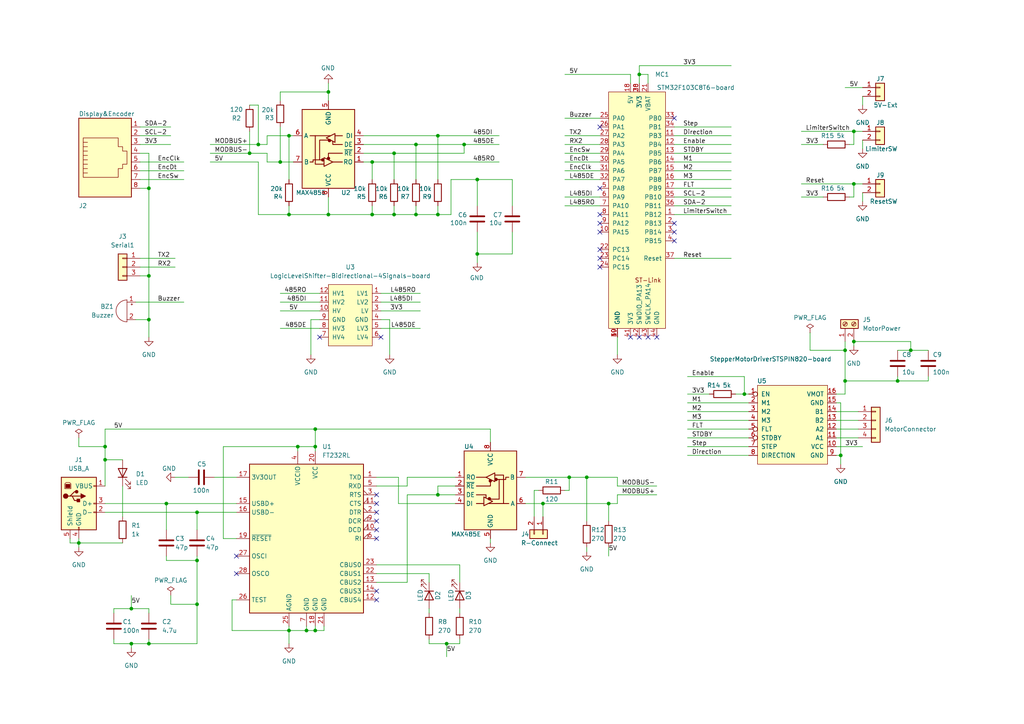
<source format=kicad_sch>
(kicad_sch (version 20211123) (generator eeschema)
  (paper "A4")
  (title_block (title "Regulus Electronic Focuser v1") (date "2022-02-07") (company "Radmilo Felix 2022"))
  (lib_symbols
    (symbol "Connector:RJ45" (pin_names (offset 1.016))
      (property "Reference" "J" (at -5.08 13.97 0))
      (property "Value" "RJ45" (at 2.54 13.97 0))
      (symbol "RJ45_1_1"
        (pin passive line (at 10.16 -7.62 180) (length 2.54) (name "~") (number "1"))
        (pin passive line (at 10.16 -5.08 180) (length 2.54) (name "~") (number "2"))
        (pin passive line (at 10.16 -2.54 180) (length 2.54) (name "~") (number "3"))
        (pin passive line (at 10.16 0 180) (length 2.54) (name "~") (number "4"))
        (pin passive line (at 10.16 2.54 180) (length 2.54) (name "~") (number "5"))
        (pin passive line (at 10.16 5.08 180) (length 2.54) (name "~") (number "6"))
        (pin passive line (at 10.16 7.62 180) (length 2.54) (name "~") (number "7"))
        (pin passive line (at 10.16 10.16 180) (length 2.54) (name "~") (number "8"))
      )
    )
    (symbol "Connector:Screw_Terminal_01x02" (pin_names (offset 1.016) hide)
      (property "Reference" "J" (at 0 2.54 0))
      (property "Value" "Screw_Terminal_01x02" (at 0 -5.08 0))
      (symbol "Screw_Terminal_01x02_1_1"
        (pin passive line (at -5.08 0 0) (length 3.81) (name "Pin_1") (number "1"))
        (pin passive line (at -5.08 -2.54 0) (length 3.81) (name "Pin_2") (number "2"))
      )
    )
    (symbol "Connector:USB_B" (pin_names (offset 1.016))
      (property "Reference" "J" (at -5.08 11.43 0))
      (property "Value" "USB_B" (at -5.08 8.89 0))
      (symbol "USB_B_1_1"
        (pin power_out line (at 7.62 5.08 180) (length 2.54) (name "VBUS") (number "1"))
        (pin bidirectional line (at 7.62 -2.54 180) (length 2.54) (name "D-") (number "2"))
        (pin bidirectional line (at 7.62 0 180) (length 2.54) (name "D+") (number "3"))
        (pin power_out line (at 0 -10.16 90) (length 2.54) (name "GND") (number "4"))
        (pin passive line (at -2.54 -10.16 90) (length 2.54) (name "Shield") (number "5"))
      )
    )
    (symbol "Connector_Generic:Conn_01x02" (pin_names (offset 1.016) hide)
      (property "Reference" "J" (at 0 2.54 0))
      (property "Value" "Conn_01x02" (at 0 -5.08 0))
      (symbol "Conn_01x02_1_1"
        (pin passive line (at -5.08 0 0) (length 3.81) (name "Pin_1") (number "1"))
        (pin passive line (at -5.08 -2.54 0) (length 3.81) (name "Pin_2") (number "2"))
      )
    )
    (symbol "Connector_Generic:Conn_01x03" (pin_names (offset 1.016) hide)
      (property "Reference" "J" (at 0 5.08 0))
      (property "Value" "Conn_01x03" (at 0 -5.08 0))
      (symbol "Conn_01x03_1_1"
        (pin passive line (at -5.08 2.54 0) (length 3.81) (name "Pin_1") (number "1"))
        (pin passive line (at -5.08 0 0) (length 3.81) (name "Pin_2") (number "2"))
        (pin passive line (at -5.08 -2.54 0) (length 3.81) (name "Pin_3") (number "3"))
      )
    )
    (symbol "Connector_Generic:Conn_01x04" (pin_names (offset 1.016) hide)
      (property "Reference" "J" (at 0 5.08 0))
      (property "Value" "Conn_01x04" (at 0 -7.62 0))
      (symbol "Conn_01x04_1_1"
        (pin passive line (at -5.08 2.54 0) (length 3.81) (name "Pin_1") (number "1"))
        (pin passive line (at -5.08 0 0) (length 3.81) (name "Pin_2") (number "2"))
        (pin passive line (at -5.08 -2.54 0) (length 3.81) (name "Pin_3") (number "3"))
        (pin passive line (at -5.08 -5.08 0) (length 3.81) (name "Pin_4") (number "4"))
      )
    )
    (symbol "Device:Buzzer" (pin_names (offset 0.0254) hide)
      (property "Reference" "BZ" (at 3.81 1.27 0))
      (property "Value" "Buzzer" (at 3.81 -1.27 0))
      (symbol "Buzzer_1_1"
        (pin passive line (at -2.54 2.54 0) (length 2.54) (name "-") (number "1"))
        (pin passive line (at -2.54 -2.54 0) (length 2.54) (name "+") (number "2"))
      )
    )
    (symbol "Device:C" (pin_numbers hide) (pin_names (offset 0.254))
      (property "Reference" "C" (at 0.635 2.54 0))
      (property "Value" "C" (at 0.635 -2.54 0))
      (symbol "C_1_1"
        (pin passive line (at 0 3.81 270) (length 2.794) (name "~") (number "1"))
        (pin passive line (at 0 -3.81 90) (length 2.794) (name "~") (number "2"))
      )
    )
    (symbol "Device:LED" (pin_numbers hide) (pin_names (offset 1.016) hide)
      (property "Reference" "D" (at 0 2.54 0))
      (property "Value" "LED" (at 0 -2.54 0))
      (symbol "LED_1_1"
        (pin passive line (at -3.81 0 0) (length 2.54) (name "K") (number "1"))
        (pin passive line (at 3.81 0 180) (length 2.54) (name "A") (number "2"))
      )
    )
    (symbol "Device:R" (pin_numbers hide) (pin_names (offset 0))
      (property "Reference" "R" (at 2.032 0 90))
      (property "Value" "R" (at 0 0 90))
      (symbol "R_1_1"
        (pin passive line (at 0 3.81 270) (length 1.27) (name "~") (number "1"))
        (pin passive line (at 0 -3.81 90) (length 1.27) (name "~") (number "2"))
      )
    )
    (symbol "Interface_UART:MAX485E"
      (property "Reference" "U" (at -6.096 11.43 0))
      (property "Value" "MAX485E" (at 0.762 11.43 0))
      (symbol "MAX485E_1_1"
        (pin output line (at -10.16 2.54 0) (length 2.54) (name "RO") (number "1"))
        (pin input line (at -10.16 0 0) (length 2.54) (name "~{RE}") (number "2"))
        (pin input line (at -10.16 -2.54 0) (length 2.54) (name "DE") (number "3"))
        (pin input line (at -10.16 -5.08 0) (length 2.54) (name "DI") (number "4"))
        (pin power_in line (at 0 -15.24 90) (length 2.54) (name "GND") (number "5"))
        (pin bidirectional line (at 10.16 -5.08 180) (length 2.54) (name "A") (number "6"))
        (pin bidirectional line (at 10.16 2.54 180) (length 2.54) (name "B") (number "7"))
        (pin power_in line (at 0 12.7 270) (length 2.54) (name "VCC") (number "8"))
      )
    )
    (symbol "Interface_USB:FT232RL"
      (property "Reference" "U" (at -16.51 22.86 0))
      (property "Value" "FT232RL" (at 10.16 22.86 0))
      (symbol "FT232RL_1_1"
        (pin output line (at 20.32 17.78 180) (length 3.81) (name "TXD") (number "1"))
        (pin input input_low (at 20.32 2.54 180) (length 3.81) (name "DCD") (number "10"))
        (pin input input_low (at 20.32 10.16 180) (length 3.81) (name "CTS") (number "11"))
        (pin bidirectional line (at 20.32 -17.78 180) (length 3.81) (name "CBUS4") (number "12"))
        (pin bidirectional line (at 20.32 -12.7 180) (length 3.81) (name "CBUS2") (number "13"))
        (pin bidirectional line (at 20.32 -15.24 180) (length 3.81) (name "CBUS3") (number "14"))
        (pin bidirectional line (at -20.32 10.16 0) (length 3.81) (name "USBD+") (number "15"))
        (pin bidirectional line (at -20.32 7.62 0) (length 3.81) (name "USBD-") (number "16"))
        (pin power_out line (at -20.32 17.78 0) (length 3.81) (name "3V3OUT") (number "17"))
        (pin power_in line (at 2.54 -25.4 90) (length 3.81) (name "GND") (number "18"))
        (pin input line (at -20.32 0 0) (length 3.81) (name "~{RESET}") (number "19"))
        (pin output output_low (at 20.32 7.62 180) (length 3.81) (name "DTR") (number "2"))
        (pin power_in line (at 2.54 25.4 270) (length 3.81) (name "VCC") (number "20"))
        (pin power_in line (at 5.08 -25.4 90) (length 3.81) (name "GND") (number "21"))
        (pin bidirectional line (at 20.32 -10.16 180) (length 3.81) (name "CBUS1") (number "22"))
        (pin bidirectional line (at 20.32 -7.62 180) (length 3.81) (name "CBUS0") (number "23"))
        (pin power_in line (at -5.08 -25.4 90) (length 3.81) (name "AGND") (number "25"))
        (pin input line (at -20.32 -17.78 0) (length 3.81) (name "TEST") (number "26"))
        (pin input line (at -20.32 -5.08 0) (length 3.81) (name "OSCI") (number "27"))
        (pin output line (at -20.32 -10.16 0) (length 3.81) (name "OSCO") (number "28"))
        (pin output output_low (at 20.32 12.7 180) (length 3.81) (name "RTS") (number "3"))
        (pin power_in line (at -2.54 25.4 270) (length 3.81) (name "VCCIO") (number "4"))
        (pin input line (at 20.32 15.24 180) (length 3.81) (name "RXD") (number "5"))
        (pin input input_low (at 20.32 0 180) (length 3.81) (name "RI") (number "6"))
        (pin power_in line (at 0 -25.4 90) (length 3.81) (name "GND") (number "7"))
        (pin input input_low (at 20.32 5.08 180) (length 3.81) (name "DCR") (number "9"))
      )
    )
    (symbol "MyCustom:LogicLevelShifter-Bidirectional-4Signals-board" (pin_names (offset 1.016))
      (property "Reference" "U" (at 3.81 -8.89 0))
      (property "Value" "LogicLevelShifter-Bidirectional-4Signals-board" (at 2.54 11.43 0))
      (symbol "LogicLevelShifter-Bidirectional-4Signals-board_1_1"
        (pin bidirectional line (at -10.16 7.62 0) (length 2.54) (name "LV1") (number "1"))
        (pin power_in line (at 7.62 2.54 180) (length 2.54) (name "HV") (number "10"))
        (pin bidirectional line (at 7.62 5.08 180) (length 2.54) (name "HV2") (number "11"))
        (pin bidirectional line (at 7.62 7.62 180) (length 2.54) (name "HV1") (number "12"))
        (pin bidirectional line (at -10.16 5.08 0) (length 2.54) (name "LV2") (number "2"))
        (pin power_in line (at -10.16 2.54 0) (length 2.54) (name "LV") (number "3"))
        (pin power_in line (at -10.16 0 0) (length 2.54) (name "GND") (number "4"))
        (pin bidirectional line (at -10.16 -2.54 0) (length 2.54) (name "LV3") (number "5"))
        (pin bidirectional line (at -10.16 -5.08 0) (length 2.54) (name "LV4") (number "6"))
        (pin bidirectional line (at 7.62 -5.08 180) (length 2.54) (name "HV4") (number "7"))
        (pin bidirectional line (at 7.62 -2.54 180) (length 2.54) (name "HV3") (number "8"))
        (pin power_in line (at 7.62 0 180) (length 2.54) (name "GND") (number "9"))
      )
    )
    (symbol "MyCustom:STM32F103C8T6-board" (pin_names (offset 1.016))
      (property "Reference" "MC" (at -12.7 -38.1 0))
      (property "Value" "STM32F103C8T6-board" (at -20.32 30.48 0))
      (symbol "STM32F103C8T6-board_0_0"
        (text "ST-Link" (at 2.54 -24.13 0) (effects (font (size 1.27 1.27))))
      )
      (symbol "STM32F103C8T6-board_1_1"
        (pin bidirectional line (at 10.16 -5.08 180) (length 2.54) (name "PB12") (number "1"))
        (pin bidirectional line (at -11.43 -10.16 0) (length 2.54) (name "PA15") (number "10"))
        (pin bidirectional line (at 10.16 17.78 180) (length 2.54) (name "PB3") (number "11"))
        (pin bidirectional line (at 10.16 15.24 180) (length 2.54) (name "PB4") (number "12"))
        (pin bidirectional line (at 10.16 12.7 180) (length 2.54) (name "PB5") (number "13"))
        (pin bidirectional line (at 10.16 10.16 180) (length 2.54) (name "PB6") (number "14"))
        (pin bidirectional line (at 10.16 7.62 180) (length 2.54) (name "PB7") (number "15"))
        (pin bidirectional line (at 10.16 5.08 180) (length 2.54) (name "PB8") (number "16"))
        (pin bidirectional line (at 10.16 2.54 180) (length 2.54) (name "PB9") (number "17"))
        (pin power_in line (at -2.54 33.02 270) (length 2.54) (name "5V") (number "18"))
        (pin power_in line (at -6.35 -40.64 90) (length 2.54) (name "GND") (number "19"))
        (pin bidirectional line (at 10.16 -7.62 180) (length 2.54) (name "PB13") (number "2"))
        (pin power_out line (at 0 33.02 270) (length 2.54) (name "3V3") (number "20"))
        (pin power_in line (at 2.54 33.02 270) (length 2.54) (name "VBAT") (number "21"))
        (pin bidirectional line (at -11.43 -15.24 0) (length 2.54) (name "PC13") (number "22"))
        (pin bidirectional line (at -11.43 -17.78 0) (length 2.54) (name "PC14") (number "23"))
        (pin bidirectional line (at -11.43 -20.32 0) (length 2.54) (name "PC15") (number "24"))
        (pin bidirectional line (at -11.43 22.86 0) (length 2.54) (name "PA0") (number "25"))
        (pin bidirectional line (at -11.43 20.32 0) (length 2.54) (name "PA1") (number "26"))
        (pin bidirectional line (at -11.43 17.78 0) (length 2.54) (name "PA2") (number "27"))
        (pin bidirectional line (at -11.43 15.24 0) (length 2.54) (name "PA3") (number "28"))
        (pin bidirectional line (at -11.43 12.7 0) (length 2.54) (name "PA4") (number "29"))
        (pin bidirectional line (at 10.16 -10.16 180) (length 2.54) (name "PB14") (number "3"))
        (pin bidirectional line (at -11.43 10.16 0) (length 2.54) (name "PA5") (number "30"))
        (pin bidirectional line (at -11.43 7.62 0) (length 2.54) (name "PA6") (number "31"))
        (pin bidirectional line (at -11.43 5.08 0) (length 2.54) (name "PA7") (number "32"))
        (pin bidirectional line (at 10.16 22.86 180) (length 2.54) (name "PB0") (number "33"))
        (pin bidirectional line (at 10.16 20.32 180) (length 2.54) (name "PB1") (number "34"))
        (pin bidirectional line (at 10.16 0 180) (length 2.54) (name "PB10") (number "35"))
        (pin bidirectional line (at 10.16 -2.54 180) (length 2.54) (name "PB11") (number "36"))
        (pin input line (at 10.16 -17.78 180) (length 2.54) (name "Reset") (number "37"))
        (pin passive line (at 0 33.02 270) (length 2.54) (name "3V3") (number "38"))
        (pin power_in line (at -6.35 -40.64 90) (length 2.54) (name "GND") (number "39"))
        (pin bidirectional line (at 10.16 -12.7 180) (length 2.54) (name "PB15") (number "4"))
        (pin power_in line (at -6.35 -40.64 90) (length 2.54) (name "GND") (number "40"))
        (pin power_in line (at -2.54 -40.64 90) (length 2.54) (name "3V3") (number "41"))
        (pin bidirectional line (at 0 -40.64 90) (length 2.54) (name "SWDIO_PA13") (number "42"))
        (pin bidirectional line (at 2.54 -40.64 90) (length 2.54) (name "SWCLK_PA14") (number "43"))
        (pin power_in line (at 5.08 -40.64 90) (length 2.54) (name "GND") (number "44"))
        (pin bidirectional line (at -11.43 2.54 0) (length 2.54) (name "PA8") (number "5"))
        (pin bidirectional line (at -11.43 0 0) (length 2.54) (name "PA9") (number "6"))
        (pin bidirectional line (at -11.43 -2.54 0) (length 2.54) (name "PA10") (number "7"))
        (pin bidirectional line (at -11.43 -5.08 0) (length 2.54) (name "PA11") (number "8"))
        (pin bidirectional line (at -11.43 -7.62 0) (length 2.54) (name "PA12") (number "9"))
      )
    )
    (symbol "MyCustom:StepperMotorDriverSTSPIN820-board" (pin_names (offset 1.016))
      (property "Reference" "U" (at -8.89 12.7 0))
      (property "Value" "StepperMotorDriverSTSPIN820-board" (at 7.62 -12.7 0))
      (symbol "StepperMotorDriverSTSPIN820-board_1_1"
        (pin input inverted (at -12.7 8.89 0) (length 2.54) (name "EN") (number "1"))
        (pin power_in line (at 12.7 -6.35 180) (length 2.54) (name "VCC") (number "10"))
        (pin output line (at 12.7 -3.81 180) (length 2.54) (name "A1") (number "11"))
        (pin output line (at 12.7 -1.27 180) (length 2.54) (name "A2") (number "12"))
        (pin output line (at 12.7 1.27 180) (length 2.54) (name "B2") (number "13"))
        (pin output line (at 12.7 3.81 180) (length 2.54) (name "B1") (number "14"))
        (pin power_in line (at 12.7 6.35 180) (length 2.54) (name "GND") (number "15"))
        (pin power_in line (at 12.7 8.89 180) (length 2.54) (name "VMOT") (number "16"))
        (pin input line (at -12.7 6.35 0) (length 2.54) (name "M1") (number "2"))
        (pin input line (at -12.7 3.81 0) (length 2.54) (name "M2") (number "3"))
        (pin input line (at -12.7 1.27 0) (length 2.54) (name "M3") (number "4"))
        (pin input inverted (at -12.7 -1.27 0) (length 2.54) (name "FLT") (number "5"))
        (pin input inverted (at -12.7 -3.81 0) (length 2.54) (name "STDBY") (number "6"))
        (pin input line (at -12.7 -6.35 0) (length 2.54) (name "STEP") (number "7"))
        (pin input line (at -12.7 -8.89 0) (length 2.54) (name "DIRECTION") (number "8"))
        (pin power_in line (at 12.7 -8.89 180) (length 2.54) (name "GND") (number "9"))
      )
    )
    (symbol "power:GND" (power) (pin_names (offset 0))
      (property "Value" "GND" (at 0 -3.81 0))
      (symbol "GND_1_1"
        (pin power_in line (at 0 0 270) (length 0) hide (name "GND") (number "1"))
      )
    )
    (symbol "power:PWR_FLAG" (power) (pin_numbers hide) (pin_names (offset 0) hide)
      (property "Value" "PWR_FLAG" (at 0 3.81 0))
      (symbol "PWR_FLAG_0_0"
        (pin power_out line (at 0 0 90) (length 0) (name "pwr") (number "1"))
      )
    )
  )
  (junction (at 43.18 54.61))
  (junction (at 48.26 146.05))
  (junction (at 57.15 162.56))
  (junction (at 243.84 132.08))
  (junction (at 38.1 186.69))
  (junction (at 95.25 26.67))
  (junction (at 57.15 175.26))
  (junction (at 114.3 62.23))
  (junction (at 91.44 182.88))
  (junction (at 43.18 92.71))
  (junction (at 95.25 62.23))
  (junction (at 138.43 52.07))
  (junction (at 38.1 176.53))
  (junction (at 88.9 182.88))
  (junction (at 83.82 62.23))
  (junction (at 120.65 41.91))
  (junction (at 245.11 101.6))
  (junction (at 165.1 138.43))
  (junction (at 43.18 80.01))
  (junction (at 260.35 110.49))
  (junction (at 81.28 46.99))
  (junction (at 247.65 38.1))
  (junction (at 134.62 41.91))
  (junction (at 22.86 157.48))
  (junction (at 247.65 99.06))
  (junction (at 157.48 146.05))
  (junction (at 129.54 186.69))
  (junction (at 57.15 148.59))
  (junction (at 176.53 146.05))
  (junction (at 114.3 44.45))
  (junction (at 138.43 73.66))
  (junction (at 83.82 182.88))
  (junction (at 127 39.37))
  (junction (at 86.36 129.54))
  (junction (at 107.95 46.99))
  (junction (at 107.95 62.23))
  (junction (at 74.93 41.91))
  (junction (at 83.82 39.37))
  (junction (at 91.44 124.46))
  (junction (at 72.39 44.45))
  (junction (at 170.18 138.43))
  (junction (at 245.11 110.49))
  (junction (at 215.9 114.3))
  (junction (at 127 62.23))
  (junction (at 30.48 129.54))
  (junction (at 127 143.51))
  (junction (at 43.18 186.69))
  (junction (at 120.65 62.23))
  (junction (at 185.42 21.59))
  (junction (at 264.16 101.6))
  (junction (at 247.65 53.34))
  (junction (at 91.44 129.54))
  (junction (at 30.48 133.35))
  (no_connect (at 110.49 97.79))
  (no_connect (at 92.71 97.79))
  (no_connect (at 109.22 171.45))
  (no_connect (at 109.22 173.99))
  (no_connect (at 68.58 161.29))
  (no_connect (at 68.58 166.37))
  (no_connect (at 109.22 143.51))
  (no_connect (at 109.22 146.05))
  (no_connect (at 109.22 156.21))
  (no_connect (at 109.22 148.59))
  (no_connect (at 109.22 151.13))
  (no_connect (at 109.22 153.67))
  (no_connect (at 182.88 97.79))
  (no_connect (at 185.42 97.79))
  (no_connect (at 187.96 97.79))
  (no_connect (at 190.5 97.79))
  (no_connect (at 195.58 34.29))
  (no_connect (at 173.99 54.61))
  (no_connect (at 195.58 64.77))
  (no_connect (at 195.58 67.31))
  (no_connect (at 195.58 69.85))
  (no_connect (at 173.99 36.83))
  (no_connect (at 173.99 64.77))
  (no_connect (at 173.99 62.23))
  (no_connect (at 173.99 77.47))
  (no_connect (at 173.99 72.39))
  (no_connect (at 173.99 74.93))
  (no_connect (at 173.99 67.31))
  (wire (pts (xy 163.83 49.53) (xy 173.99 49.53)))
  (wire (pts (xy 195.58 52.07) (xy 212.09 52.07)))
  (wire (pts (xy 74.93 30.48) (xy 74.93 41.91)))
  (wire (pts (xy 30.48 124.46) (xy 30.48 129.54)))
  (wire (pts (xy 199.39 121.92) (xy 217.17 121.92)))
  (wire (pts (xy 33.02 176.53) (xy 38.1 176.53)))
  (wire (pts (xy 93.98 182.88) (xy 91.44 182.88)))
  (wire (pts (xy 40.64 44.45) (xy 43.18 44.45)))
  (wire (pts (xy 195.58 54.61) (xy 212.09 54.61)))
  (wire (pts (xy 30.48 133.35) (xy 30.48 140.97)))
  (wire (pts (xy 163.83 39.37) (xy 173.99 39.37)))
  (wire (pts (xy 148.59 67.31) (xy 148.59 73.66)))
  (wire (pts (xy 154.94 142.24) (xy 154.94 149.86)))
  (wire (pts (xy 114.3 44.45) (xy 105.41 44.45)))
  (wire (pts (xy 195.58 46.99) (xy 212.09 46.99)))
  (wire (pts (xy 179.07 140.97) (xy 179.07 138.43)))
  (wire (pts (xy 163.83 59.69) (xy 173.99 59.69)))
  (wire (pts (xy 163.83 44.45) (xy 173.99 44.45)))
  (wire (pts (xy 124.46 166.37) (xy 109.22 166.37)))
  (wire (pts (xy 40.64 52.07) (xy 53.34 52.07)))
  (wire (pts (xy 40.64 36.83) (xy 49.53 36.83)))
  (wire (pts (xy 64.77 156.21) (xy 64.77 129.54)))
  (wire (pts (xy 118.11 143.51) (xy 118.11 168.91)))
  (wire (pts (xy 40.64 77.47) (xy 50.8 77.47)))
  (wire (pts (xy 195.58 44.45) (xy 212.09 44.45)))
  (wire (pts (xy 247.65 38.1) (xy 250.19 38.1)))
  (wire (pts (xy 114.3 62.23) (xy 120.65 62.23)))
  (wire (pts (xy 157.48 146.05) (xy 176.53 146.05)))
  (wire (pts (xy 148.59 52.07) (xy 138.43 52.07)))
  (wire (pts (xy 121.92 87.63) (xy 110.49 87.63)))
  (wire (pts (xy 232.41 41.91) (xy 238.76 41.91)))
  (wire (pts (xy 30.48 129.54) (xy 30.48 133.35)))
  (wire (pts (xy 74.93 62.23) (xy 83.82 62.23)))
  (wire (pts (xy 245.11 114.3) (xy 242.57 114.3)))
  (wire (pts (xy 109.22 138.43) (xy 115.57 138.43)))
  (wire (pts (xy 199.39 119.38) (xy 217.17 119.38)))
  (wire (pts (xy 121.92 95.25) (xy 110.49 95.25)))
  (wire (pts (xy 190.5 143.51) (xy 179.07 143.51)))
  (wire (pts (xy 120.65 41.91) (xy 105.41 41.91)))
  (wire (pts (xy 170.18 138.43) (xy 165.1 138.43)))
  (wire (pts (xy 48.26 146.05) (xy 68.58 146.05)))
  (wire (pts (xy 124.46 176.53) (xy 124.46 177.8)))
  (wire (pts (xy 163.83 41.91) (xy 173.99 41.91)))
  (wire (pts (xy 38.1 172.72) (xy 38.1 176.53)))
  (wire (pts (xy 30.48 148.59) (xy 57.15 148.59)))
  (wire (pts (xy 269.24 110.49) (xy 260.35 110.49)))
  (wire (pts (xy 179.07 143.51) (xy 179.07 146.05)))
  (wire (pts (xy 247.65 99.06) (xy 264.16 99.06)))
  (wire (pts (xy 40.64 46.99) (xy 53.34 46.99)))
  (wire (pts (xy 124.46 185.42) (xy 124.46 186.69)))
  (wire (pts (xy 107.95 46.99) (xy 105.41 46.99)))
  (wire (pts (xy 199.39 124.46) (xy 217.17 124.46)))
  (wire (pts (xy 43.18 97.79) (xy 43.18 92.71)))
  (wire (pts (xy 142.24 124.46) (xy 91.44 124.46)))
  (wire (pts (xy 133.35 163.83) (xy 133.35 168.91)))
  (wire (pts (xy 38.1 186.69) (xy 43.18 186.69)))
  (wire (pts (xy 170.18 158.75) (xy 170.18 160.02)))
  (wire (pts (xy 176.53 146.05) (xy 179.07 146.05)))
  (wire (pts (xy 134.62 41.91) (xy 120.65 41.91)))
  (wire (pts (xy 68.58 156.21) (xy 64.77 156.21)))
  (wire (pts (xy 22.86 156.21) (xy 22.86 157.48)))
  (wire (pts (xy 22.86 157.48) (xy 35.56 157.48)))
  (wire (pts (xy 22.86 129.54) (xy 30.48 129.54)))
  (wire (pts (xy 242.57 124.46) (xy 248.92 124.46)))
  (wire (pts (xy 121.92 90.17) (xy 110.49 90.17)))
  (wire (pts (xy 163.83 34.29) (xy 173.99 34.29)))
  (wire (pts (xy 72.39 44.45) (xy 77.47 44.45)))
  (wire (pts (xy 199.39 127) (xy 217.17 127)))
  (wire (pts (xy 49.53 175.26) (xy 57.15 175.26)))
  (wire (pts (xy 195.58 41.91) (xy 212.09 41.91)))
  (wire (pts (xy 95.25 24.13) (xy 95.25 26.67)))
  (wire (pts (xy 109.22 163.83) (xy 133.35 163.83)))
  (wire (pts (xy 43.18 44.45) (xy 43.18 54.61)))
  (wire (pts (xy 130.81 52.07) (xy 130.81 62.23)))
  (wire (pts (xy 77.47 46.99) (xy 77.47 44.45)))
  (wire (pts (xy 64.77 129.54) (xy 86.36 129.54)))
  (wire (pts (xy 124.46 186.69) (xy 129.54 186.69)))
  (wire (pts (xy 129.54 186.69) (xy 133.35 186.69)))
  (wire (pts (xy 232.41 57.15) (xy 238.76 57.15)))
  (wire (pts (xy 95.25 26.67) (xy 95.25 29.21)))
  (wire (pts (xy 118.11 138.43) (xy 132.08 138.43)))
  (wire (pts (xy 245.11 25.4) (xy 250.19 25.4)))
  (wire (pts (xy 85.09 39.37) (xy 83.82 39.37)))
  (wire (pts (xy 107.95 59.69) (xy 107.95 62.23)))
  (wire (pts (xy 247.65 57.15) (xy 247.65 53.34)))
  (wire (pts (xy 132.08 143.51) (xy 127 143.51)))
  (wire (pts (xy 83.82 62.23) (xy 95.25 62.23)))
  (wire (pts (xy 109.22 140.97) (xy 118.11 140.97)))
  (wire (pts (xy 144.78 41.91) (xy 134.62 41.91)))
  (wire (pts (xy 90.17 102.87) (xy 90.17 92.71)))
  (wire (pts (xy 35.56 140.97) (xy 35.56 149.86)))
  (wire (pts (xy 90.17 92.71) (xy 92.71 92.71)))
  (wire (pts (xy 115.57 146.05) (xy 132.08 146.05)))
  (wire (pts (xy 127 39.37) (xy 105.41 39.37)))
  (wire (pts (xy 187.96 21.59) (xy 185.42 21.59)))
  (wire (pts (xy 124.46 168.91) (xy 124.46 166.37)))
  (wire (pts (xy 91.44 182.88) (xy 88.9 182.88)))
  (wire (pts (xy 43.18 54.61) (xy 43.18 80.01)))
  (wire (pts (xy 95.25 57.15) (xy 95.25 62.23)))
  (wire (pts (xy 74.93 46.99) (xy 74.93 62.23)))
  (wire (pts (xy 118.11 140.97) (xy 118.11 138.43)))
  (wire (pts (xy 247.65 99.06) (xy 247.65 100.33)))
  (wire (pts (xy 170.18 138.43) (xy 170.18 151.13)))
  (wire (pts (xy 48.26 161.29) (xy 48.26 162.56)))
  (wire (pts (xy 57.15 148.59) (xy 68.58 148.59)))
  (wire (pts (xy 60.96 44.45) (xy 72.39 44.45)))
  (wire (pts (xy 157.48 146.05) (xy 157.48 149.86)))
  (wire (pts (xy 243.84 132.08) (xy 243.84 134.62)))
  (wire (pts (xy 38.1 176.53) (xy 43.18 176.53)))
  (wire (pts (xy 195.58 74.93) (xy 212.09 74.93)))
  (wire (pts (xy 83.82 59.69) (xy 83.82 62.23)))
  (wire (pts (xy 138.43 59.69) (xy 138.43 52.07)))
  (wire (pts (xy 85.09 46.99) (xy 81.28 46.99)))
  (wire (pts (xy 88.9 182.88) (xy 83.82 182.88)))
  (wire (pts (xy 92.71 85.09) (xy 81.28 85.09)))
  (wire (pts (xy 264.16 99.06) (xy 264.16 101.6)))
  (wire (pts (xy 115.57 138.43) (xy 115.57 146.05)))
  (wire (pts (xy 195.58 39.37) (xy 212.09 39.37)))
  (wire (pts (xy 43.18 176.53) (xy 43.18 177.8)))
  (wire (pts (xy 54.61 138.43) (xy 50.8 138.43)))
  (wire (pts (xy 195.58 59.69) (xy 212.09 59.69)))
  (wire (pts (xy 144.78 46.99) (xy 107.95 46.99)))
  (wire (pts (xy 264.16 101.6) (xy 269.24 101.6)))
  (wire (pts (xy 92.71 95.25) (xy 81.28 95.25)))
  (wire (pts (xy 242.57 127) (xy 248.92 127)))
  (wire (pts (xy 127 59.69) (xy 127 62.23)))
  (wire (pts (xy 247.65 53.34) (xy 250.19 53.34)))
  (wire (pts (xy 163.83 46.99) (xy 173.99 46.99)))
  (wire (pts (xy 215.9 109.22) (xy 215.9 114.3)))
  (wire (pts (xy 134.62 44.45) (xy 114.3 44.45)))
  (wire (pts (xy 33.02 177.8) (xy 33.02 176.53)))
  (wire (pts (xy 43.18 186.69) (xy 43.18 185.42)))
  (wire (pts (xy 199.39 114.3) (xy 205.74 114.3)))
  (wire (pts (xy 81.28 29.21) (xy 81.28 26.67)))
  (wire (pts (xy 232.41 53.34) (xy 247.65 53.34)))
  (wire (pts (xy 182.88 21.59) (xy 182.88 24.13)))
  (wire (pts (xy 48.26 146.05) (xy 48.26 153.67)))
  (wire (pts (xy 127 52.07) (xy 127 39.37)))
  (wire (pts (xy 176.53 146.05) (xy 176.53 151.13)))
  (wire (pts (xy 57.15 148.59) (xy 57.15 153.67)))
  (wire (pts (xy 107.95 52.07) (xy 107.95 46.99)))
  (wire (pts (xy 245.11 101.6) (xy 245.11 110.49)))
  (wire (pts (xy 242.57 121.92) (xy 248.92 121.92)))
  (wire (pts (xy 199.39 109.22) (xy 215.9 109.22)))
  (wire (pts (xy 83.82 39.37) (xy 77.47 39.37)))
  (wire (pts (xy 20.32 157.48) (xy 22.86 157.48)))
  (wire (pts (xy 93.98 181.61) (xy 93.98 182.88)))
  (wire (pts (xy 243.84 116.84) (xy 243.84 132.08)))
  (wire (pts (xy 195.58 62.23) (xy 212.09 62.23)))
  (wire (pts (xy 57.15 175.26) (xy 57.15 186.69)))
  (wire (pts (xy 40.64 41.91) (xy 49.53 41.91)))
  (wire (pts (xy 130.81 52.07) (xy 138.43 52.07)))
  (wire (pts (xy 83.82 52.07) (xy 83.82 39.37)))
  (wire (pts (xy 152.4 138.43) (xy 165.1 138.43)))
  (wire (pts (xy 95.25 62.23) (xy 107.95 62.23)))
  (wire (pts (xy 130.81 62.23) (xy 127 62.23)))
  (wire (pts (xy 57.15 186.69) (xy 43.18 186.69)))
  (wire (pts (xy 30.48 133.35) (xy 35.56 133.35)))
  (wire (pts (xy 245.11 110.49) (xy 245.11 114.3)))
  (wire (pts (xy 142.24 156.21) (xy 142.24 157.48)))
  (wire (pts (xy 39.37 87.63) (xy 53.34 87.63)))
  (wire (pts (xy 91.44 129.54) (xy 91.44 130.81)))
  (wire (pts (xy 127 140.97) (xy 127 143.51)))
  (wire (pts (xy 152.4 146.05) (xy 157.48 146.05)))
  (wire (pts (xy 199.39 129.54) (xy 217.17 129.54)))
  (wire (pts (xy 33.02 186.69) (xy 38.1 186.69)))
  (wire (pts (xy 132.08 140.97) (xy 127 140.97)))
  (wire (pts (xy 199.39 116.84) (xy 217.17 116.84)))
  (wire (pts (xy 62.23 138.43) (xy 68.58 138.43)))
  (wire (pts (xy 195.58 49.53) (xy 212.09 49.53)))
  (wire (pts (xy 242.57 119.38) (xy 248.92 119.38)))
  (wire (pts (xy 40.64 54.61) (xy 43.18 54.61)))
  (wire (pts (xy 72.39 38.1) (xy 72.39 44.45)))
  (wire (pts (xy 250.19 129.54) (xy 242.57 129.54)))
  (wire (pts (xy 92.71 90.17) (xy 81.28 90.17)))
  (wire (pts (xy 91.44 181.61) (xy 91.44 182.88)))
  (wire (pts (xy 68.58 173.99) (xy 67.31 173.99)))
  (wire (pts (xy 30.48 146.05) (xy 48.26 146.05)))
  (wire (pts (xy 148.59 59.69) (xy 148.59 52.07)))
  (wire (pts (xy 60.96 41.91) (xy 74.93 41.91)))
  (wire (pts (xy 163.83 57.15) (xy 173.99 57.15)))
  (wire (pts (xy 57.15 162.56) (xy 57.15 175.26)))
  (wire (pts (xy 234.95 101.6) (xy 245.11 101.6)))
  (wire (pts (xy 120.65 52.07) (xy 120.65 41.91)))
  (wire (pts (xy 86.36 129.54) (xy 91.44 129.54)))
  (wire (pts (xy 40.64 49.53) (xy 53.34 49.53)))
  (wire (pts (xy 121.92 85.09) (xy 110.49 85.09)))
  (wire (pts (xy 81.28 36.83) (xy 81.28 46.99)))
  (wire (pts (xy 246.38 57.15) (xy 247.65 57.15)))
  (wire (pts (xy 83.82 182.88) (xy 83.82 186.69)))
  (wire (pts (xy 246.38 41.91) (xy 247.65 41.91)))
  (wire (pts (xy 133.35 186.69) (xy 133.35 185.42)))
  (wire (pts (xy 114.3 59.69) (xy 114.3 62.23)))
  (wire (pts (xy 260.35 110.49) (xy 245.11 110.49)))
  (wire (pts (xy 86.36 129.54) (xy 86.36 130.81)))
  (wire (pts (xy 49.53 172.72) (xy 49.53 175.26)))
  (wire (pts (xy 38.1 186.69) (xy 38.1 187.96)))
  (wire (pts (xy 250.19 40.64) (xy 250.19 43.18)))
  (wire (pts (xy 120.65 59.69) (xy 120.65 62.23)))
  (wire (pts (xy 40.64 80.01) (xy 43.18 80.01)))
  (wire (pts (xy 187.96 24.13) (xy 187.96 21.59)))
  (wire (pts (xy 242.57 132.08) (xy 243.84 132.08)))
  (wire (pts (xy 142.24 124.46) (xy 142.24 128.27)))
  (wire (pts (xy 179.07 97.79) (xy 179.07 102.87)))
  (wire (pts (xy 195.58 57.15) (xy 212.09 57.15)))
  (wire (pts (xy 30.48 124.46) (xy 91.44 124.46)))
  (wire (pts (xy 113.03 92.71) (xy 110.49 92.71)))
  (wire (pts (xy 215.9 114.3) (xy 217.17 114.3)))
  (wire (pts (xy 120.65 62.23) (xy 127 62.23)))
  (wire (pts (xy 234.95 96.52) (xy 234.95 101.6)))
  (wire (pts (xy 81.28 46.99) (xy 77.47 46.99)))
  (wire (pts (xy 129.54 186.69) (xy 129.54 190.5)))
  (wire (pts (xy 60.96 46.99) (xy 74.93 46.99)))
  (wire (pts (xy 269.24 109.22) (xy 269.24 110.49)))
  (wire (pts (xy 67.31 173.99) (xy 67.31 182.88)))
  (wire (pts (xy 22.86 157.48) (xy 22.86 158.75)))
  (wire (pts (xy 232.41 38.1) (xy 247.65 38.1)))
  (wire (pts (xy 113.03 102.87) (xy 113.03 92.71)))
  (wire (pts (xy 138.43 67.31) (xy 138.43 73.66)))
  (wire (pts (xy 48.26 162.56) (xy 57.15 162.56)))
  (wire (pts (xy 213.36 114.3) (xy 215.9 114.3)))
  (wire (pts (xy 176.53 158.75) (xy 176.53 161.29)))
  (wire (pts (xy 40.64 39.37) (xy 49.53 39.37)))
  (wire (pts (xy 72.39 30.48) (xy 74.93 30.48)))
  (wire (pts (xy 92.71 87.63) (xy 81.28 87.63)))
  (wire (pts (xy 163.83 21.59) (xy 182.88 21.59)))
  (wire (pts (xy 148.59 73.66) (xy 138.43 73.66)))
  (wire (pts (xy 127 143.51) (xy 118.11 143.51)))
  (wire (pts (xy 67.31 182.88) (xy 83.82 182.88)))
  (wire (pts (xy 81.28 26.67) (xy 95.25 26.67)))
  (wire (pts (xy 165.1 142.24) (xy 165.1 138.43)))
  (wire (pts (xy 163.83 52.07) (xy 173.99 52.07)))
  (wire (pts (xy 199.39 132.08) (xy 217.17 132.08)))
  (wire (pts (xy 250.19 55.88) (xy 250.19 58.42)))
  (wire (pts (xy 185.42 19.05) (xy 212.09 19.05)))
  (wire (pts (xy 83.82 182.88) (xy 83.82 181.61)))
  (wire (pts (xy 260.35 109.22) (xy 260.35 110.49)))
  (wire (pts (xy 138.43 76.2) (xy 138.43 73.66)))
  (wire (pts (xy 134.62 41.91) (xy 134.62 44.45)))
  (wire (pts (xy 114.3 52.07) (xy 114.3 44.45)))
  (wire (pts (xy 185.42 24.13) (xy 185.42 21.59)))
  (wire (pts (xy 22.86 127) (xy 22.86 129.54)))
  (wire (pts (xy 144.78 39.37) (xy 127 39.37)))
  (wire (pts (xy 250.19 27.94) (xy 250.19 30.48)))
  (wire (pts (xy 163.83 142.24) (xy 165.1 142.24)))
  (wire (pts (xy 40.64 74.93) (xy 50.8 74.93)))
  (wire (pts (xy 91.44 124.46) (xy 91.44 129.54)))
  (wire (pts (xy 43.18 80.01) (xy 43.18 92.71)))
  (wire (pts (xy 179.07 138.43) (xy 170.18 138.43)))
  (wire (pts (xy 88.9 181.61) (xy 88.9 182.88)))
  (wire (pts (xy 245.11 99.06) (xy 245.11 101.6)))
  (wire (pts (xy 107.95 62.23) (xy 114.3 62.23)))
  (wire (pts (xy 260.35 101.6) (xy 264.16 101.6)))
  (wire (pts (xy 156.21 142.24) (xy 154.94 142.24)))
  (wire (pts (xy 118.11 168.91) (xy 109.22 168.91)))
  (wire (pts (xy 33.02 185.42) (xy 33.02 186.69)))
  (wire (pts (xy 195.58 36.83) (xy 212.09 36.83)))
  (wire (pts (xy 133.35 176.53) (xy 133.35 177.8)))
  (wire (pts (xy 242.57 116.84) (xy 243.84 116.84)))
  (wire (pts (xy 43.18 92.71) (xy 39.37 92.71)))
  (wire (pts (xy 185.42 21.59) (xy 185.42 19.05)))
  (wire (pts (xy 20.32 156.21) (xy 20.32 157.48)))
  (wire (pts (xy 57.15 161.29) (xy 57.15 162.56)))
  (wire (pts (xy 74.93 41.91) (xy 77.47 41.91)))
  (wire (pts (xy 190.5 140.97) (xy 179.07 140.97)))
  (wire (pts (xy 247.65 41.91) (xy 247.65 38.1)))
  (wire (pts (xy 77.47 39.37) (xy 77.47 41.91)))
  (label "3V3" (at 200.66 114.3 0))
  (label "MODBUS+" (at 180.34 143.51 0))
  (label "L485DE" (at 120.65 95.25 180))
  (label "TX2" (at 45.72 74.93 0))
  (label "EncDt" (at 165.1 46.99 0))
  (label "M3" (at 200.66 121.92 0))
  (label "3V3" (at 245.11 129.54 0))
  (label "L485DE" (at 165.1 52.07 0))
  (label "5V" (at 176.53 160.02 0))
  (label "FLT" (at 198.12 54.61 0))
  (label "L485RO" (at 165.1 59.69 0))
  (label "M1" (at 198.12 46.99 0))
  (label "Enable" (at 198.12 41.91 0))
  (label "485DI" (at 88.9 87.63 180))
  (label "485RO" (at 88.9 85.09 180))
  (label "SCL-2" (at 41.91 39.37 0))
  (label "M1" (at 200.66 116.84 0))
  (label "SCL-2" (at 198.12 57.15 0))
  (label "5V" (at 38.1 175.26 0))
  (label "L485DI" (at 165.1 57.15 0))
  (label "STDBY" (at 198.12 44.45 0))
  (label "EncClk" (at 45.72 46.99 0))
  (label "485DE" (at 137.16 41.91 0))
  (label "Step" (at 200.66 129.54 0))
  (label "3V3" (at 233.68 57.15 0))
  (label "M3" (at 198.12 52.07 0))
  (label "RX2" (at 165.1 41.91 0))
  (label "RX2" (at 45.72 77.47 0))
  (label "FLT" (at 200.66 124.46 0))
  (label "L485RO" (at 120.65 85.09 180))
  (label "L485DI" (at 113.03 87.63 0))
  (label "SDA-2" (at 198.12 59.69 0))
  (label "Enable" (at 200.66 109.22 0))
  (label "3V3" (at 233.68 41.91 0))
  (label "STDBY" (at 200.66 127 0))
  (label "485DE" (at 88.9 95.25 180))
  (label "485RO" (at 137.16 46.99 0))
  (label "EncSw" (at 45.72 52.07 0))
  (label "5V" (at 165.1 21.59 0))
  (label "LimiterSwitch" (at 198.12 62.23 0))
  (label "5V" (at 62.23 46.99 0))
  (label "EncDt" (at 45.72 49.53 0))
  (label "3V3" (at 116.84 90.17 180))
  (label "Reset" (at 198.12 74.93 0))
  (label "5V" (at 129.54 189.23 0))
  (label "Buzzer" (at 165.1 34.29 0))
  (label "TX2" (at 165.1 39.37 0))
  (label "3V3" (at 198.12 19.05 0))
  (label "LimiterSwitch" (at 233.68 38.1 0))
  (label "Reset" (at 233.68 53.34 0))
  (label "EncSw" (at 165.1 44.45 0))
  (label "5V" (at 246.38 25.4 0))
  (label "MODBUS-" (at 62.23 44.45 0))
  (label "Buzzer" (at 45.72 87.63 0))
  (label "5V" (at 33.02 124.46 0))
  (label "5V" (at 86.36 90.17 180))
  (label "Direction" (at 200.66 132.08 0))
  (label "SDA-2" (at 41.91 36.83 0))
  (label "EncClk" (at 165.1 49.53 0))
  (label "485DI" (at 137.16 39.37 0))
  (label "M2" (at 200.66 119.38 0))
  (label "3V3" (at 41.91 41.91 0))
  (label "MODBUS+" (at 62.23 41.91 0))
  (label "MODBUS-" (at 180.34 140.97 0))
  (label "M2" (at 198.12 49.53 0))
  (label "Direction" (at 198.12 39.37 0))
  (label "Step" (at 198.12 36.83 0))
  (symbol (lib_id "Device:R") (at 133.35 181.61 0) (unit 1)
    (property "Reference" "R10" (at 135.89 180.3399 0) (effects (justify left)))
    (property "Value" "270" (at 135.89 182.8799 0) (effects (justify left)))
    (property "Footprint" "Resistor_SMD:R_1206_3216Metric_Pad1.30x1.75mm_HandSolder" (effects hide))
  )
  (symbol (lib_id "Connector:RJ45") (at 30.48 44.45 0) (mirror x) (unit 1)
    (property "Reference" "J2" (at 22.86 59.69 0) (effects (justify left)))
    (property "Value" "Display&Encoder" (at 22.86 33.02 0) (effects (justify left)))
    (property "Footprint" "Connector_RJ:RJ45_Amphenol_54602-x08_Horizontal" (effects hide))
  )
  (symbol (lib_id "Connector:USB_B") (at 22.86 146.05 0) (unit 1)
    (property "Reference" "J1" (at 22.86 133.35 0))
    (property "Value" "USB_A" (at 22.86 135.89 0))
    (property "Footprint" "Connector_USB:USB_B_Lumberg_2411_02_Horizontal" (effects hide))
    (property "Datasheet" " ~" (effects hide))
  )
  (symbol (lib_id "MyCustom:STM32F103C8T6-board") (at 185.42 57.15 0) (unit 1)
    (property "Reference" "MC1" (at 189.9794 21.59 0) (effects (justify left)))
    (property "Value" "STM32F103C8T6-board" (at 190.5 25.4 0) (effects (justify left)))
    (property "Footprint" "MyCustom:STM32F103C8T6" (effects hide))
  )
  (symbol (lib_id "power:GND") (at 138.43 76.2 0) (mirror y) (unit 1)
    (property "Reference" "#PWR09" (effects hide))
    (property "Value" "GND" (at 138.303 80.5942 0))
  )
  (symbol (lib_id "Device:C") (at 269.24 105.41 0) (unit 1)
    (property "Reference" "C9" (at 270.51 102.87 0) (effects (justify left)))
    (property "Value" "100n" (at 270.51 107.95 0) (effects (justify left)))
    (property "Footprint" "Capacitor_THT:C_Disc_D5.1mm_W3.2mm_P5.00mm" (effects hide))
  )
  (symbol (lib_id "MyCustom:StepperMotorDriverSTSPIN820-board") (at 229.87 123.19 0) (unit 1)
    (property "Reference" "U5" (at 220.98 110.49 0))
    (property "Value" "StepperMotorDriverSTSPIN820-board" (at 223.52 104.14 0))
    (property "Footprint" "MyCustom:StepperMotorDriverSTSPIN820" (effects hide))
  )
  (symbol (lib_id "Device:R") (at 242.57 57.15 90) (unit 1)
    (property "Reference" "R16" (at 240.03 54.61 90))
    (property "Value" "5k" (at 243.84 54.61 90))
    (property "Footprint" "Resistor_SMD:R_1206_3216Metric_Pad1.30x1.75mm_HandSolder" (effects hide))
  )
  (symbol (lib_id "Device:C") (at 148.59 63.5 0) (mirror y) (unit 1)
    (property "Reference" "C7" (at 145.669 62.3316 0) (effects (justify left)))
    (property "Value" "10u" (at 145.669 64.643 0) (effects (justify left)))
    (property "Footprint" "Capacitor_THT:C_Disc_D5.1mm_W3.2mm_P5.00mm" (effects hide))
  )
  (symbol (lib_id "Device:R") (at 72.39 34.29 180) (unit 1)
    (property "Reference" "R2" (at 68.58 34.29 0))
    (property "Value" "120" (at 68.58 31.75 0))
    (property "Footprint" "Resistor_SMD:R_1206_3216Metric_Pad1.30x1.75mm_HandSolder" (effects hide))
  )
  (symbol (lib_id "Device:R") (at 120.65 55.88 180) (unit 1)
    (property "Reference" "R7" (at 118.872 57.0484 0) (effects (justify left)))
    (property "Value" "10k" (at 118.872 54.737 0) (effects (justify left)))
    (property "Footprint" "Resistor_SMD:R_1206_3216Metric_Pad1.30x1.75mm_HandSolder" (effects hide))
  )
  (symbol (lib_id "Device:R") (at 176.53 154.94 0) (unit 1)
    (property "Reference" "R13" (at 177.8 153.67 0) (effects (justify left)))
    (property "Value" "270" (at 177.8 156.21 0) (effects (justify left)))
    (property "Footprint" "Resistor_SMD:R_1206_3216Metric_Pad1.30x1.75mm_HandSolder" (effects hide))
  )
  (symbol (lib_id "power:GND") (at 179.07 102.87 0) (unit 1)
    (property "Reference" "#PWR012" (effects hide))
    (property "Value" "GND" (at 179.07 107.95 0))
  )
  (symbol (lib_id "Device:R") (at 114.3 55.88 180) (unit 1)
    (property "Reference" "R6" (at 112.522 57.0484 0) (effects (justify left)))
    (property "Value" "10k" (at 112.522 54.737 0) (effects (justify left)))
    (property "Footprint" "Resistor_SMD:R_1206_3216Metric_Pad1.30x1.75mm_HandSolder" (effects hide))
  )
  (symbol (lib_id "power:GND") (at 142.24 157.48 0) (unit 1)
    (property "Reference" "#PWR010" (effects hide))
    (property "Value" "GND" (at 142.24 162.56 0))
  )
  (symbol (lib_id "MyCustom:LogicLevelShifter-Bidirectional-4Signals-board") (at 100.33 92.71 0) (mirror y) (unit 1)
    (property "Reference" "U3" (at 101.6 77.47 0))
    (property "Value" "LogicLevelShifter-Bidirectional-4Signals-board" (at 101.6 80.01 0))
    (property "Footprint" "MyCustom:LogicLevelShifter_Bidirectional_4Signals" (effects hide))
  )
  (symbol (lib_id "Device:R") (at 127 55.88 180) (unit 1)
    (property "Reference" "R9" (at 125.222 57.0484 0) (effects (justify left)))
    (property "Value" "10k" (at 125.222 54.737 0) (effects (justify left)))
    (property "Footprint" "Resistor_SMD:R_1206_3216Metric_Pad1.30x1.75mm_HandSolder" (effects hide))
  )
  (symbol (lib_id "Device:C") (at 57.15 157.48 0) (unit 1)
    (property "Reference" "C4" (at 59.69 156.21 0) (effects (justify left)))
    (property "Value" "47p" (at 59.69 158.75 0) (effects (justify left)))
    (property "Footprint" "Capacitor_THT:C_Disc_D5.1mm_W3.2mm_P5.00mm" (effects hide))
  )
  (symbol (lib_id "Interface_UART:MAX485E") (at 142.24 140.97 0) (unit 1)
    (property "Reference" "U4" (at 134.62 129.54 0) (effects (justify left)))
    (property "Value" "MAX485E" (at 130.81 154.94 0) (effects (justify left)))
    (property "Footprint" "Package_DIP:DIP-8_W7.62mm" (effects hide))
    (property "Datasheet" "https://datasheets.maximintegrated.com/en/ds/MAX1487E-MAX491E.pdf" (effects hide))
  )
  (symbol (lib_id "Device:C") (at 138.43 63.5 0) (mirror y) (unit 1)
    (property "Reference" "C6" (at 135.509 62.3316 0) (effects (justify left)))
    (property "Value" "100n" (at 135.509 64.643 0) (effects (justify left)))
    (property "Footprint" "Capacitor_THT:C_Disc_D5.1mm_W3.2mm_P5.00mm" (effects hide))
  )
  (symbol (lib_id "Connector_Generic:Conn_01x03") (at 35.56 77.47 0) (mirror y) (unit 1)
    (property "Reference" "J3" (at 35.56 68.58 0))
    (property "Value" "Serial1" (at 35.56 71.12 0))
    (property "Footprint" "Connector_PinHeader_2.54mm:PinHeader_1x03_P2.54mm_Vertical" (effects hide))
  )
  (symbol (lib_id "power:GND") (at 43.18 97.79 0) (mirror y) (unit 1)
    (property "Reference" "#PWR03" (effects hide))
    (property "Value" "GND" (at 43.18 102.87 0))
  )
  (symbol (lib_id "power:GND") (at 250.19 58.42 0) (unit 1)
    (property "Reference" "#PWR017" (effects hide))
    (property "Value" "GND" (at 250.19 63.5 0))
  )
  (symbol (lib_id "power:PWR_FLAG") (at 234.95 96.52 0) (mirror y) (unit 1)
    (property "Reference" "#FLG03" (effects hide))
    (property "Value" "PWR_FLAG" (at 234.95 92.1258 0))
  )
  (symbol (lib_id "power:PWR_FLAG") (at 49.53 172.72 0) (mirror y) (unit 1)
    (property "Reference" "#FLG02" (effects hide))
    (property "Value" "PWR_FLAG" (at 49.53 168.3258 0))
  )
  (symbol (lib_id "Device:R") (at 170.18 154.94 0) (unit 1)
    (property "Reference" "R12" (at 171.45 153.67 0) (effects (justify left)))
    (property "Value" "270" (at 171.45 156.21 0) (effects (justify left)))
    (property "Footprint" "Resistor_SMD:R_1206_3216Metric_Pad1.30x1.75mm_HandSolder" (effects hide))
  )
  (symbol (lib_id "Connector_Generic:Conn_01x02") (at 255.27 25.4 0) (unit 1)
    (property "Reference" "J7" (at 256.54 22.86 0) (effects (justify right)))
    (property "Value" "5V-Ext" (at 260.35 30.48 0) (effects (justify right)))
    (property "Footprint" "Connector_PinHeader_2.54mm:PinHeader_1x02_P2.54mm_Vertical" (effects hide))
  )
  (symbol (lib_id "Device:R") (at 35.56 153.67 0) (unit 1)
    (property "Reference" "R1" (at 38.1 152.3999 0) (effects (justify left)))
    (property "Value" "1k" (at 38.1 154.9399 0) (effects (justify left)))
    (property "Footprint" "Resistor_SMD:R_1206_3216Metric_Pad1.30x1.75mm_HandSolder" (effects hide))
  )
  (symbol (lib_id "Device:C") (at 260.35 105.41 0) (unit 1)
    (property "Reference" "C8" (at 261.62 102.87 0) (effects (justify left)))
    (property "Value" "10u" (at 261.62 107.95 0) (effects (justify left)))
    (property "Footprint" "Capacitor_THT:C_Disc_D5.1mm_W3.2mm_P5.00mm" (effects hide))
  )
  (symbol (lib_id "Connector_Generic:Conn_01x02") (at 255.27 53.34 0) (unit 1)
    (property "Reference" "J9" (at 256.54 50.8 0) (effects (justify right)))
    (property "Value" "ResetSW" (at 260.35 58.42 0) (effects (justify right)))
    (property "Footprint" "Connector_PinHeader_2.54mm:PinHeader_1x02_P2.54mm_Vertical" (effects hide))
  )
  (symbol (lib_id "Device:R") (at 81.28 33.02 180) (unit 1)
    (property "Reference" "R3" (at 79.502 34.1884 0) (effects (justify left)))
    (property "Value" "20k" (at 79.502 31.877 0) (effects (justify left)))
    (property "Footprint" "Resistor_SMD:R_1206_3216Metric_Pad1.30x1.75mm_HandSolder" (effects hide))
  )
  (symbol (lib_id "Device:Buzzer") (at 36.83 90.17 0) (mirror y) (unit 1)
    (property "Reference" "BZ1" (at 33.02 88.8999 0) (effects (justify left)))
    (property "Value" "Buzzer" (at 33.02 91.4399 0) (effects (justify left)))
    (property "Footprint" "MyCustom:Buzzer-HSD-4pin" (effects hide))
  )
  (symbol (lib_id "power:GND") (at 38.1 187.96 0) (unit 1)
    (property "Reference" "#PWR02" (effects hide))
    (property "Value" "GND" (at 38.1 193.04 0))
  )
  (symbol (lib_id "Connector_Generic:Conn_01x02") (at 255.27 38.1 0) (unit 1)
    (property "Reference" "J8" (at 256.54 35.56 0) (effects (justify right)))
    (property "Value" "LimiterSW" (at 260.35 43.18 0) (effects (justify right)))
    (property "Footprint" "Connector_PinHeader_2.54mm:PinHeader_1x02_P2.54mm_Vertical" (effects hide))
  )
  (symbol (lib_id "power:GND") (at 243.84 134.62 0) (unit 1)
    (property "Reference" "#PWR013" (effects hide))
    (property "Value" "GND" (at 243.84 139.7 0))
  )
  (symbol (lib_id "Connector_Generic:Conn_01x02") (at 157.48 154.94 270) (unit 1)
    (property "Reference" "J4" (at 151.13 154.94 90) (effects (justify left)))
    (property "Value" "R-Connect" (at 151.13 157.48 90) (effects (justify left)))
    (property "Footprint" "Connector_PinHeader_2.54mm:PinHeader_1x02_P2.54mm_Vertical" (effects hide))
  )
  (symbol (lib_id "Device:C") (at 58.42 138.43 270) (unit 1)
    (property "Reference" "C5" (at 57.15 134.62 90) (effects (justify left)))
    (property "Value" "100n" (at 55.88 142.24 90) (effects (justify left)))
    (property "Footprint" "Capacitor_THT:C_Disc_D5.1mm_W3.2mm_P5.00mm" (effects hide))
  )
  (symbol (lib_id "power:PWR_FLAG") (at 22.86 127 0) (mirror y) (unit 1)
    (property "Reference" "#FLG01" (effects hide))
    (property "Value" "PWR_FLAG" (at 22.86 122.6058 0))
  )
  (symbol (lib_id "power:GND") (at 113.03 102.87 0) (mirror y) (unit 1)
    (property "Reference" "#PWR08" (effects hide))
    (property "Value" "GND" (at 113.03 107.95 0))
  )
  (symbol (lib_id "power:GND") (at 247.65 100.33 0) (unit 1)
    (property "Reference" "#PWR014" (effects hide))
    (property "Value" "GND" (at 247.65 105.41 0))
  )
  (symbol (lib_id "Device:LED") (at 133.35 172.72 270) (unit 1)
    (property "Reference" "D3" (at 135.89 172.72 0))
    (property "Value" "LED" (at 130.81 172.72 0))
    (property "Footprint" "LED_SMD:LED_0603_1608Metric_Pad1.05x0.95mm_HandSolder" (effects hide))
  )
  (symbol (lib_id "Connector_Generic:Conn_01x04") (at 254 121.92 0) (unit 1)
    (property "Reference" "J6" (at 256.54 121.9199 0) (effects (justify left)))
    (property "Value" "MotorConnector" (at 256.54 124.4599 0) (effects (justify left)))
    (property "Footprint" "Connector_PinHeader_2.54mm:PinHeader_1x04_P2.54mm_Vertical" (effects hide))
  )
  (symbol (lib_id "Connector:Screw_Terminal_01x02") (at 245.11 93.98 90) (unit 1)
    (property "Reference" "J5" (at 250.19 92.7099 90) (effects (justify right)))
    (property "Value" "MotorPower" (at 250.19 95.2499 90) (effects (justify right)))
    (property "Footprint" "MyCustom:TerminalBlock_PTR_AKZ950-2_P5.08mm_Vertical" (effects hide))
  )
  (symbol (lib_id "power:GND") (at 170.18 160.02 0) (unit 1)
    (property "Reference" "#PWR011" (effects hide))
    (property "Value" "GND" (at 170.18 165.1 0))
  )
  (symbol (lib_id "Device:C") (at 48.26 157.48 0) (unit 1)
    (property "Reference" "C3" (at 50.8 156.21 0) (effects (justify left)))
    (property "Value" "47p" (at 50.8 158.75 0) (effects (justify left)))
    (property "Footprint" "Capacitor_THT:C_Disc_D5.1mm_W3.2mm_P5.00mm" (effects hide))
  )
  (symbol (lib_id "power:GND") (at 50.8 138.43 270) (unit 1)
    (property "Reference" "#PWR04" (effects hide))
    (property "Value" "GND" (at 46.99 135.89 90) (effects (justify left)))
  )
  (symbol (lib_id "Device:R") (at 124.46 181.61 0) (unit 1)
    (property "Reference" "R8" (at 127 180.3399 0) (effects (justify left)))
    (property "Value" "270" (at 127 182.8799 0) (effects (justify left)))
    (property "Footprint" "Resistor_SMD:R_1206_3216Metric_Pad1.30x1.75mm_HandSolder" (effects hide))
  )
  (symbol (lib_id "Device:C") (at 43.18 181.61 0) (unit 1)
    (property "Reference" "C2" (at 46.99 180.3399 0) (effects (justify left)))
    (property "Value" "4.7u" (at 46.99 182.8799 0) (effects (justify left)))
    (property "Footprint" "Capacitor_THT:C_Disc_D5.1mm_W3.2mm_P5.00mm" (effects hide))
  )
  (symbol (lib_id "Device:R") (at 160.02 142.24 90) (unit 1)
    (property "Reference" "R11" (at 160.02 139.7 90))
    (property "Value" "120" (at 160.02 144.78 90))
    (property "Footprint" "Resistor_SMD:R_1206_3216Metric_Pad1.30x1.75mm_HandSolder" (effects hide))
  )
  (symbol (lib_id "Device:R") (at 242.57 41.91 90) (unit 1)
    (property "Reference" "R15" (at 240.03 39.37 90))
    (property "Value" "5k" (at 243.84 39.37 90))
    (property "Footprint" "Resistor_SMD:R_1206_3216Metric_Pad1.30x1.75mm_HandSolder" (effects hide))
  )
  (symbol (lib_id "Device:R") (at 107.95 55.88 180) (unit 1)
    (property "Reference" "R5" (at 106.172 57.0484 0) (effects (justify left)))
    (property "Value" "10k" (at 106.172 54.737 0) (effects (justify left)))
    (property "Footprint" "Resistor_SMD:R_1206_3216Metric_Pad1.30x1.75mm_HandSolder" (effects hide))
  )
  (symbol (lib_id "power:GND") (at 22.86 158.75 0) (unit 1)
    (property "Reference" "#PWR01" (effects hide))
    (property "Value" "GND" (at 22.86 163.83 0))
  )
  (symbol (lib_id "Device:LED") (at 35.56 137.16 90) (unit 1)
    (property "Reference" "D1" (at 39.37 137.4774 90) (effects (justify right)))
    (property "Value" "LED" (at 39.37 140.0174 90) (effects (justify right)))
    (property "Footprint" "LED_SMD:LED_1206_3216Metric_Pad1.42x1.75mm_HandSolder" (effects hide))
  )
  (symbol (lib_id "Interface_USB:FT232RL") (at 88.9 156.21 0) (unit 1)
    (property "Reference" "U1" (at 93.4594 129.54 0) (effects (justify left)))
    (property "Value" "FT232RL" (at 93.4594 132.08 0) (effects (justify left)))
    (property "Footprint" "Package_SO:SSOP-28_5.3x10.2mm_P0.65mm" (effects hide))
    (property "Datasheet" "https://www.ftdichip.com/Support/Documents/DataSheets/ICs/DS_FT232R.pdf" (effects hide))
  )
  (symbol (lib_id "power:GND") (at 250.19 30.48 0) (unit 1)
    (property "Reference" "#PWR015" (effects hide))
    (property "Value" "GND" (at 250.19 35.56 0))
  )
  (symbol (lib_id "power:GND") (at 83.82 186.69 0) (unit 1)
    (property "Reference" "#PWR05" (effects hide))
    (property "Value" "GND" (at 83.82 191.77 0))
  )
  (symbol (lib_id "Device:C") (at 33.02 181.61 0) (unit 1)
    (property "Reference" "C1" (at 35.56 180.34 0) (effects (justify left)))
    (property "Value" "100n" (at 35.56 182.88 0) (effects (justify left)))
    (property "Footprint" "Capacitor_THT:C_Disc_D5.1mm_W3.2mm_P5.00mm" (effects hide))
  )
  (symbol (lib_id "power:GND") (at 95.25 24.13 180) (unit 1)
    (property "Reference" "#PWR07" (effects hide))
    (property "Value" "GND" (at 95.123 19.7358 0))
  )
  (symbol (lib_id "Device:R") (at 83.82 55.88 180) (unit 1)
    (property "Reference" "R4" (at 82.042 57.0484 0) (effects (justify left)))
    (property "Value" "20k" (at 82.042 54.737 0) (effects (justify left)))
    (property "Footprint" "Resistor_SMD:R_1206_3216Metric_Pad1.30x1.75mm_HandSolder" (effects hide))
  )
  (symbol (lib_id "power:GND") (at 250.19 43.18 0) (unit 1)
    (property "Reference" "#PWR016" (effects hide))
    (property "Value" "GND" (at 250.19 48.26 0))
  )
  (symbol (lib_id "Device:R") (at 209.55 114.3 90) (unit 1)
    (property "Reference" "R14" (at 207.01 111.76 90))
    (property "Value" "5k" (at 210.82 111.76 90))
    (property "Footprint" "Resistor_SMD:R_1206_3216Metric_Pad1.30x1.75mm_HandSolder" (effects hide))
  )
  (symbol (lib_id "Interface_UART:MAX485E") (at 95.25 44.45 180) (unit 1)
    (property "Reference" "U2" (at 100.33 55.88 0))
    (property "Value" "MAX485E" (at 90.17 55.88 0))
    (property "Footprint" "Package_DIP:DIP-8_W7.62mm" (effects hide))
    (property "Datasheet" "https://datasheets.maximintegrated.com/en/ds/MAX1487E-MAX491E.pdf" (effects hide))
  )
  (symbol (lib_id "power:GND") (at 90.17 102.87 0) (mirror y) (unit 1)
    (property "Reference" "#PWR06" (effects hide))
    (property "Value" "GND" (at 90.17 107.95 0))
  )
  (symbol (lib_id "Device:LED") (at 124.46 172.72 270) (unit 1)
    (property "Reference" "D2" (at 127 172.72 0))
    (property "Value" "LED" (at 121.92 172.72 0))
    (property "Footprint" "LED_SMD:LED_0603_1608Metric_Pad1.05x0.95mm_HandSolder" (effects hide))
  )
)
</source>
